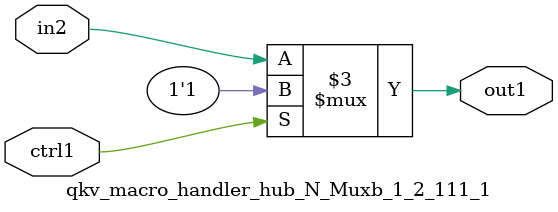
<source format=v>

`timescale 1ps / 1ps


module qkv_macro_handler_hub_N_Muxb_1_2_111_1( in2, ctrl1, out1 );

    input in2;
    input ctrl1;
    output out1;
    reg out1;

    
    // rtl_process:qkv_macro_handler_hub_N_Muxb_1_2_111_1/qkv_macro_handler_hub_N_Muxb_1_2_111_1_thread_1
    always @*
      begin : qkv_macro_handler_hub_N_Muxb_1_2_111_1_thread_1
        case (ctrl1) 
          1'b1: 
            begin
              out1 = 1'b1;
            end
          default: 
            begin
              out1 = in2;
            end
        endcase
      end

endmodule


</source>
